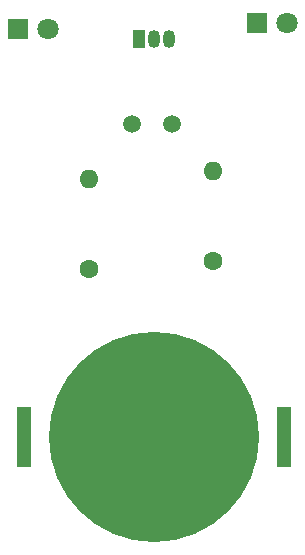
<source format=gbr>
%TF.GenerationSoftware,KiCad,Pcbnew,8.0.8*%
%TF.CreationDate,2025-06-12T02:03:35+01:00*%
%TF.ProjectId,AutoDiming_Keychain,4175746f-4469-46d6-996e-675f4b657963,rev?*%
%TF.SameCoordinates,Original*%
%TF.FileFunction,Soldermask,Top*%
%TF.FilePolarity,Negative*%
%FSLAX46Y46*%
G04 Gerber Fmt 4.6, Leading zero omitted, Abs format (unit mm)*
G04 Created by KiCad (PCBNEW 8.0.8) date 2025-06-12 02:03:35*
%MOMM*%
%LPD*%
G01*
G04 APERTURE LIST*
%ADD10C,1.500000*%
%ADD11R,1.270000X5.080000*%
%ADD12C,17.800000*%
%ADD13R,1.800000X1.800000*%
%ADD14C,1.800000*%
%ADD15C,1.600000*%
%ADD16O,1.600000X1.600000*%
%ADD17R,1.050000X1.500000*%
%ADD18O,1.050000X1.500000*%
G04 APERTURE END LIST*
D10*
%TO.C,R5*%
X47600000Y-50000000D03*
X51000000Y-50000000D03*
%TD*%
D11*
%TO.C,BT1*%
X38515000Y-76500000D03*
X60485000Y-76500000D03*
D12*
X49500000Y-76500000D03*
%TD*%
D13*
%TO.C,D2*%
X58225000Y-41500000D03*
D14*
X60765000Y-41500000D03*
%TD*%
D15*
%TO.C,R2*%
X54500000Y-61620000D03*
D16*
X54500000Y-54000000D03*
%TD*%
D17*
%TO.C,Q1*%
X48230000Y-42860000D03*
D18*
X49500000Y-42860000D03*
X50770000Y-42860000D03*
%TD*%
D13*
%TO.C,D1*%
X37960000Y-42000000D03*
D14*
X40500000Y-42000000D03*
%TD*%
D15*
%TO.C,R1*%
X44000000Y-62310000D03*
D16*
X44000000Y-54690000D03*
%TD*%
M02*

</source>
